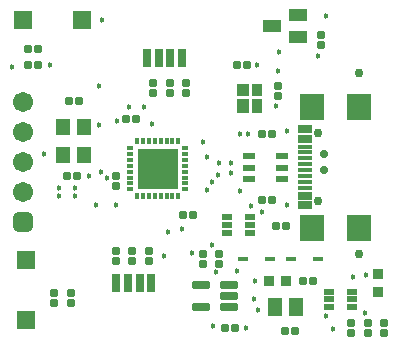
<source format=gts>
G04*
G04 #@! TF.GenerationSoftware,Altium Limited,Altium Designer,22.11.1 (43)*
G04*
G04 Layer_Color=8388736*
%FSLAX44Y44*%
%MOMM*%
G71*
G04*
G04 #@! TF.SameCoordinates,A50B7F4E-0ABD-407A-AE68-1F03F6E7AD64*
G04*
G04*
G04 #@! TF.FilePolarity,Negative*
G04*
G01*
G75*
%ADD21R,0.6604X1.5494*%
%ADD22R,0.8128X0.4064*%
%ADD40R,0.6000X0.3000*%
%ADD41R,0.3000X0.6000*%
%ADD42R,0.9779X0.5588*%
G04:AMPARAMS|DCode=43|XSize=0.704mm|YSize=0.644mm|CornerRadius=0.1951mm|HoleSize=0mm|Usage=FLASHONLY|Rotation=180.000|XOffset=0mm|YOffset=0mm|HoleType=Round|Shape=RoundedRectangle|*
%AMROUNDEDRECTD43*
21,1,0.7040,0.2538,0,0,180.0*
21,1,0.3138,0.6440,0,0,180.0*
1,1,0.3902,-0.1569,0.1269*
1,1,0.3902,0.1569,0.1269*
1,1,0.3902,0.1569,-0.1269*
1,1,0.3902,-0.1569,-0.1269*
%
%ADD43ROUNDEDRECTD43*%
%ADD44R,1.2040X1.4040*%
G04:AMPARAMS|DCode=45|XSize=0.704mm|YSize=0.644mm|CornerRadius=0.1951mm|HoleSize=0mm|Usage=FLASHONLY|Rotation=90.000|XOffset=0mm|YOffset=0mm|HoleType=Round|Shape=RoundedRectangle|*
%AMROUNDEDRECTD45*
21,1,0.7040,0.2538,0,0,90.0*
21,1,0.3138,0.6440,0,0,90.0*
1,1,0.3902,0.1269,0.1569*
1,1,0.3902,0.1269,-0.1569*
1,1,0.3902,-0.1269,-0.1569*
1,1,0.3902,-0.1269,0.1569*
%
%ADD45ROUNDEDRECTD45*%
%ADD46R,1.6280X1.6280*%
%ADD47R,0.8500X0.5000*%
%ADD48R,2.1040X2.2840*%
%ADD49R,1.2540X0.4040*%
%ADD50R,1.2540X0.7040*%
%ADD51R,0.9040X0.9040*%
%ADD52R,0.9040X0.9040*%
%ADD53R,1.2040X1.5340*%
%ADD54R,1.6280X1.6280*%
G04:AMPARAMS|DCode=55|XSize=0.704mm|YSize=1.454mm|CornerRadius=0.097mm|HoleSize=0mm|Usage=FLASHONLY|Rotation=90.000|XOffset=0mm|YOffset=0mm|HoleType=Round|Shape=RoundedRectangle|*
%AMROUNDEDRECTD55*
21,1,0.7040,1.2600,0,0,90.0*
21,1,0.5100,1.4540,0,0,90.0*
1,1,0.1940,0.6300,0.2550*
1,1,0.1940,0.6300,-0.2550*
1,1,0.1940,-0.6300,-0.2550*
1,1,0.1940,-0.6300,0.2550*
%
%ADD55ROUNDEDRECTD55*%
%ADD56R,1.0740X1.0540*%
%ADD57R,1.0740X1.2540*%
%ADD58R,0.9540X1.2540*%
%ADD59R,0.9540X1.0540*%
%ADD60R,1.5040X1.1040*%
%ADD61R,3.4544X3.4544*%
%ADD62C,1.7040*%
G04:AMPARAMS|DCode=63|XSize=1.704mm|YSize=1.704mm|CornerRadius=0.452mm|HoleSize=0mm|Usage=FLASHONLY|Rotation=90.000|XOffset=0mm|YOffset=0mm|HoleType=Round|Shape=RoundedRectangle|*
%AMROUNDEDRECTD63*
21,1,1.7040,0.8000,0,0,90.0*
21,1,0.8000,1.7040,0,0,90.0*
1,1,0.9040,0.4000,0.4000*
1,1,0.9040,0.4000,-0.4000*
1,1,0.9040,-0.4000,-0.4000*
1,1,0.9040,-0.4000,0.4000*
%
%ADD63ROUNDEDRECTD63*%
%ADD64C,0.7540*%
%ADD65C,0.4540*%
%ADD66C,0.7390*%
D21*
X128030Y51465D02*
D03*
X118030D02*
D03*
X108030D02*
D03*
X98030D02*
D03*
X154075Y241905D02*
D03*
X144075D02*
D03*
X134075D02*
D03*
X124075D02*
D03*
D22*
X228854Y72390D02*
D03*
X205486D02*
D03*
X246126D02*
D03*
X269494D02*
D03*
D40*
X109850Y166090D02*
D03*
Y161090D02*
D03*
Y156090D02*
D03*
Y151090D02*
D03*
Y146090D02*
D03*
Y141090D02*
D03*
Y136090D02*
D03*
Y131090D02*
D03*
X156850D02*
D03*
Y136090D02*
D03*
Y141090D02*
D03*
Y146090D02*
D03*
Y151090D02*
D03*
Y156090D02*
D03*
Y161090D02*
D03*
Y166090D02*
D03*
D41*
X115850Y125090D02*
D03*
X120850D02*
D03*
X125850D02*
D03*
X130850D02*
D03*
X135850D02*
D03*
X140850D02*
D03*
X145850D02*
D03*
X150850D02*
D03*
Y172090D02*
D03*
X145850D02*
D03*
X140850D02*
D03*
X135850D02*
D03*
X130850D02*
D03*
X125850D02*
D03*
X120850D02*
D03*
X115850D02*
D03*
D42*
X238337Y139959D02*
D03*
Y149459D02*
D03*
Y158959D02*
D03*
X211032D02*
D03*
Y149459D02*
D03*
Y139959D02*
D03*
D43*
X97790Y142730D02*
D03*
Y134130D02*
D03*
X297180Y9180D02*
D03*
Y17780D02*
D03*
X234950Y210330D02*
D03*
Y218930D02*
D03*
X129540Y212870D02*
D03*
Y221470D02*
D03*
X125730Y79230D02*
D03*
Y70630D02*
D03*
X271780Y262110D02*
D03*
Y253510D02*
D03*
X311150Y9180D02*
D03*
Y17780D02*
D03*
X45720Y35070D02*
D03*
Y43670D02*
D03*
X59690D02*
D03*
Y35070D02*
D03*
X325120Y9180D02*
D03*
Y17780D02*
D03*
X171450Y68090D02*
D03*
Y76690D02*
D03*
X185420D02*
D03*
Y68090D02*
D03*
X97790Y79230D02*
D03*
Y70630D02*
D03*
X143510Y212870D02*
D03*
Y221470D02*
D03*
X157480Y212870D02*
D03*
Y221470D02*
D03*
X111760Y79230D02*
D03*
Y70630D02*
D03*
D44*
X53230Y183547D02*
D03*
Y160548D02*
D03*
X71230D02*
D03*
Y183547D02*
D03*
D45*
X249410Y11430D02*
D03*
X240810D02*
D03*
X154450Y109220D02*
D03*
X163050D02*
D03*
X114790Y190500D02*
D03*
X106190D02*
D03*
X190010Y13970D02*
D03*
X198610D02*
D03*
X32240Y250190D02*
D03*
X23640D02*
D03*
X208770Y236220D02*
D03*
X200170D02*
D03*
X241790Y100330D02*
D03*
X233190D02*
D03*
X32240Y236220D02*
D03*
X23640D02*
D03*
X265047Y53340D02*
D03*
X256448D02*
D03*
X230360Y121920D02*
D03*
X221760D02*
D03*
Y177800D02*
D03*
X230360D02*
D03*
X57930Y205740D02*
D03*
X66530D02*
D03*
X65260Y142240D02*
D03*
X56660D02*
D03*
D46*
X19050Y274320D02*
D03*
X69596D02*
D03*
D47*
X192180Y94477D02*
D03*
Y100977D02*
D03*
Y107478D02*
D03*
X211680D02*
D03*
Y100977D02*
D03*
Y94477D02*
D03*
X298040Y31600D02*
D03*
Y38100D02*
D03*
Y44600D02*
D03*
X278540D02*
D03*
Y38100D02*
D03*
Y31600D02*
D03*
D48*
X303540Y200960D02*
D03*
Y98760D02*
D03*
X264240Y200960D02*
D03*
Y98760D02*
D03*
D49*
X258490Y152360D02*
D03*
Y147360D02*
D03*
Y157360D02*
D03*
Y142360D02*
D03*
Y162360D02*
D03*
Y137360D02*
D03*
Y167360D02*
D03*
Y132360D02*
D03*
D50*
Y181860D02*
D03*
Y173860D02*
D03*
Y125860D02*
D03*
Y117860D02*
D03*
D51*
X227205Y53572D02*
D03*
X242205D02*
D03*
D52*
X320040Y59570D02*
D03*
Y44570D02*
D03*
D53*
X250180Y31750D02*
D03*
X232420D02*
D03*
D54*
X21590Y71120D02*
D03*
Y20574D02*
D03*
D55*
X169760Y31140D02*
D03*
Y50140D02*
D03*
X193460D02*
D03*
Y40640D02*
D03*
Y31140D02*
D03*
D56*
X205448Y215530D02*
D03*
D57*
Y202030D02*
D03*
D58*
X217448D02*
D03*
D59*
Y215530D02*
D03*
D60*
X230312Y269240D02*
D03*
X252311Y278740D02*
D03*
Y259740D02*
D03*
D61*
X133350Y148590D02*
D03*
D62*
X19050Y205098D02*
D03*
Y179699D02*
D03*
Y128898D02*
D03*
Y154298D02*
D03*
D63*
Y103498D02*
D03*
D64*
X269240Y178760D02*
D03*
Y120960D02*
D03*
X303530Y229870D02*
D03*
Y76200D02*
D03*
D65*
X171450Y171450D02*
D03*
X185420Y153670D02*
D03*
X175260Y130810D02*
D03*
X179070Y137160D02*
D03*
X221760Y111760D02*
D03*
X97790Y118110D02*
D03*
X184150Y143144D02*
D03*
X138430Y74930D02*
D03*
X203200Y129540D02*
D03*
Y177800D02*
D03*
X86360Y274320D02*
D03*
X275590Y278130D02*
D03*
X133350Y148590D02*
D03*
X147320Y162560D02*
D03*
X119380Y134620D02*
D03*
X147320D02*
D03*
X119380Y162560D02*
D03*
X99060Y189230D02*
D03*
X85090Y146050D02*
D03*
X81280Y118110D02*
D03*
X142240Y95250D02*
D03*
X74930Y142240D02*
D03*
X41910Y236220D02*
D03*
X109220Y200660D02*
D03*
X83820Y185420D02*
D03*
X36830Y161290D02*
D03*
X179070Y83820D02*
D03*
X180340Y15240D02*
D03*
X214630Y38100D02*
D03*
X182880Y60960D02*
D03*
X162560Y77470D02*
D03*
X153670Y97790D02*
D03*
X212090Y116840D02*
D03*
X215900Y53340D02*
D03*
X90170Y140970D02*
D03*
X121920Y200660D02*
D03*
X128270Y186690D02*
D03*
X218440Y29210D02*
D03*
X236220Y247650D02*
D03*
X233680Y201930D02*
D03*
X269240Y243840D02*
D03*
X49530Y125730D02*
D03*
X63500D02*
D03*
X175260Y158750D02*
D03*
X49530Y132080D02*
D03*
X63500D02*
D03*
X10160Y234950D02*
D03*
X275590Y24130D02*
D03*
X200660Y62230D02*
D03*
X208280Y13970D02*
D03*
X309880Y58420D02*
D03*
X308610Y26548D02*
D03*
X298450Y57150D02*
D03*
X281940Y12700D02*
D03*
X195580Y144780D02*
D03*
Y153670D02*
D03*
X209550Y177800D02*
D03*
X217170Y236220D02*
D03*
X234950Y231140D02*
D03*
X242570Y180340D02*
D03*
Y118110D02*
D03*
X83820Y218440D02*
D03*
D66*
X274320Y147320D02*
D03*
Y161290D02*
D03*
M02*

</source>
